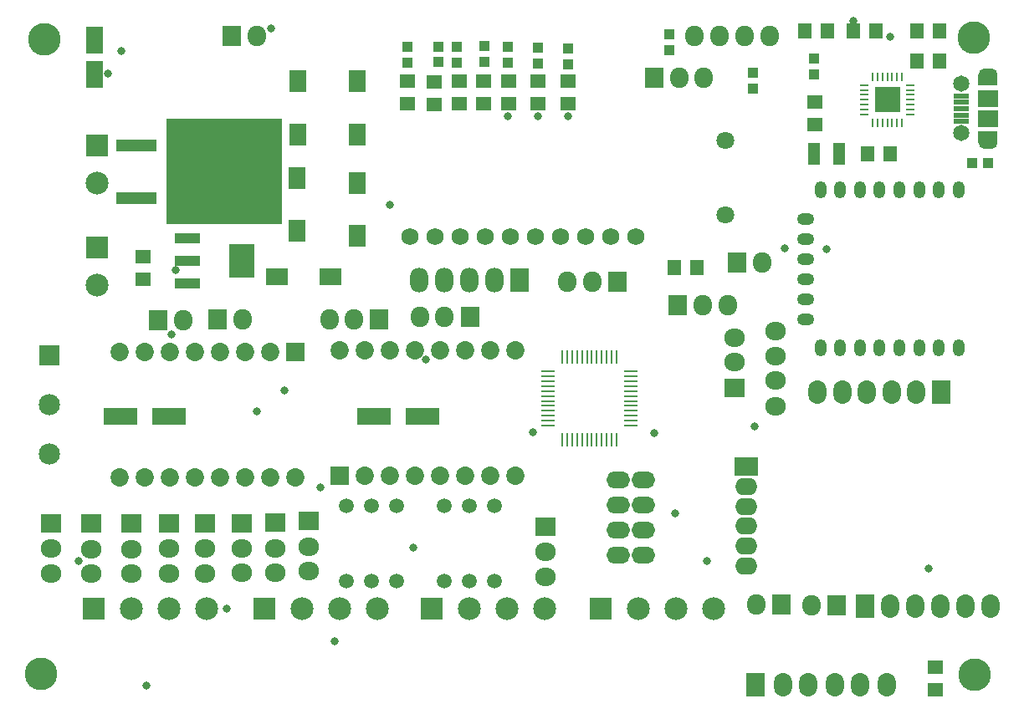
<source format=gts>
G04*
G04 #@! TF.GenerationSoftware,Altium Limited,Altium Designer,18.1.6 (161)*
G04*
G04 Layer_Color=8388736*
%FSTAX24Y24*%
%MOIN*%
G70*
G01*
G75*
%ADD18O,0.0750X0.0480*%
%ADD22R,0.0500X0.0870*%
%ADD32R,0.0080X0.0380*%
%ADD33R,0.0380X0.0080*%
%ADD37R,0.0580X0.0090*%
%ADD38R,0.0090X0.0580*%
%ADD41R,0.0830X0.0670*%
%ADD42R,0.0610X0.0240*%
%ADD43R,0.0867X0.0671*%
%ADD44R,0.0671X0.0867*%
%ADD45R,0.1320X0.0710*%
%ADD46R,0.0580X0.0630*%
%ADD47R,0.1620X0.0470*%
%ADD48R,0.4590X0.4190*%
%ADD49R,0.0630X0.0580*%
%ADD50O,0.0880X0.0680*%
%ADD51R,0.0930X0.0730*%
%ADD52R,0.0395X0.0395*%
%ADD53R,0.0395X0.0395*%
%ADD54R,0.0710X0.1084*%
%ADD55R,0.1000X0.1000*%
%ADD56O,0.0480X0.0680*%
%ADD57O,0.0680X0.0480*%
%ADD58O,0.0680X0.0480*%
%ADD59R,0.1040X0.1320*%
%ADD60R,0.1040X0.0410*%
%ADD61C,0.0907*%
%ADD62R,0.0907X0.0907*%
%ADD63C,0.0650*%
%ADD64C,0.0320*%
%ADD65R,0.0907X0.0907*%
%ADD66O,0.0830X0.0730*%
%ADD67R,0.0830X0.0730*%
%ADD68O,0.0730X0.0830*%
%ADD69R,0.0730X0.0830*%
%ADD70C,0.1300*%
%ADD71C,0.0730*%
%ADD72R,0.0730X0.0730*%
%ADD73C,0.0680*%
%ADD74O,0.0940X0.0680*%
%ADD75C,0.0592*%
%ADD76C,0.0709*%
%ADD77O,0.0730X0.0980*%
%ADD78R,0.0730X0.0980*%
%ADD79O,0.0730X0.0930*%
%ADD80R,0.0730X0.0930*%
%ADD81O,0.0730X0.0930*%
%ADD82R,0.0730X0.0930*%
%ADD83C,0.0848*%
%ADD84R,0.0848X0.0848*%
%ADD85C,0.0316*%
G36*
X047015Y0306D02*
X046265D01*
Y03014D01*
X047015D01*
Y0306D01*
D02*
G37*
G36*
Y032436D02*
X046265D01*
Y032896D01*
X047015D01*
Y032436D01*
D02*
G37*
D18*
X04664Y03014D02*
D03*
Y032896D02*
D03*
D22*
X04073Y02973D02*
D03*
X03971D02*
D03*
D32*
X043231Y030955D02*
D03*
X043034D02*
D03*
X042837D02*
D03*
X04264D02*
D03*
X042443D02*
D03*
X042246D02*
D03*
X042049D02*
D03*
Y032785D02*
D03*
X042246D02*
D03*
X042443D02*
D03*
X04264D02*
D03*
X042837D02*
D03*
X043034D02*
D03*
X043231D02*
D03*
D33*
X041725Y031279D02*
D03*
Y031476D02*
D03*
Y031673D02*
D03*
Y03187D02*
D03*
Y032067D02*
D03*
Y032264D02*
D03*
Y032461D02*
D03*
X043555D02*
D03*
Y032264D02*
D03*
Y032067D02*
D03*
Y03187D02*
D03*
Y031673D02*
D03*
Y031476D02*
D03*
Y031279D02*
D03*
D37*
X02911Y021043D02*
D03*
Y020846D02*
D03*
Y020649D02*
D03*
Y020452D02*
D03*
Y020255D02*
D03*
Y020058D02*
D03*
Y019862D02*
D03*
Y019665D02*
D03*
Y019468D02*
D03*
Y019271D02*
D03*
Y019074D02*
D03*
Y018877D02*
D03*
X03243D02*
D03*
Y019074D02*
D03*
Y019271D02*
D03*
Y019468D02*
D03*
Y019665D02*
D03*
Y019862D02*
D03*
Y020058D02*
D03*
Y020255D02*
D03*
Y020452D02*
D03*
Y020649D02*
D03*
Y020846D02*
D03*
Y021043D02*
D03*
D38*
X029687Y0183D02*
D03*
X029884D02*
D03*
X030081D02*
D03*
X030278D02*
D03*
X030475D02*
D03*
X030672D02*
D03*
X030868D02*
D03*
X031065D02*
D03*
X031262D02*
D03*
X031459D02*
D03*
X031656D02*
D03*
X031853D02*
D03*
Y02162D02*
D03*
X031656D02*
D03*
X031459D02*
D03*
X031262D02*
D03*
X031065D02*
D03*
X030868D02*
D03*
X030672D02*
D03*
X030475D02*
D03*
X030278D02*
D03*
X030081D02*
D03*
X029884D02*
D03*
X029687D02*
D03*
D41*
X04664Y031911D02*
D03*
Y031124D02*
D03*
D42*
X045587Y032029D02*
D03*
Y031774D02*
D03*
Y031518D02*
D03*
Y031262D02*
D03*
Y031006D02*
D03*
D43*
X020453Y02483D02*
D03*
X018327D02*
D03*
D44*
X02152Y028563D02*
D03*
Y026437D02*
D03*
X01913Y028763D02*
D03*
Y026637D02*
D03*
X02152Y032613D02*
D03*
Y030487D02*
D03*
X01917Y030477D02*
D03*
Y032603D02*
D03*
D45*
X024119Y01926D02*
D03*
X02219D02*
D03*
X01401D02*
D03*
X012081D02*
D03*
D46*
X04276Y02971D02*
D03*
X04186D02*
D03*
X03506Y02518D02*
D03*
X03416D02*
D03*
X04473Y03342D02*
D03*
X04383D02*
D03*
X04473Y03461D02*
D03*
X04383D02*
D03*
X0422Y03462D02*
D03*
X0413D02*
D03*
X04025D02*
D03*
X03935D02*
D03*
D47*
X012735Y027961D02*
D03*
Y030039D02*
D03*
D48*
X01623Y029D02*
D03*
D49*
X02353Y03263D02*
D03*
Y03173D02*
D03*
X02655Y03261D02*
D03*
Y03171D02*
D03*
X02755D02*
D03*
Y03261D02*
D03*
X02993Y03172D02*
D03*
Y03262D02*
D03*
X02559Y03171D02*
D03*
Y03261D02*
D03*
X02872Y032613D02*
D03*
Y031713D02*
D03*
X03974Y03178D02*
D03*
Y03088D02*
D03*
X0246Y03169D02*
D03*
Y03259D02*
D03*
X01298Y02561D02*
D03*
Y02471D02*
D03*
X04456Y00835D02*
D03*
Y00925D02*
D03*
D50*
X03702Y013295D02*
D03*
Y014083D02*
D03*
Y01487D02*
D03*
Y015657D02*
D03*
Y016445D02*
D03*
D51*
Y017232D02*
D03*
D52*
X02351Y033345D02*
D03*
Y033975D02*
D03*
X02548Y033358D02*
D03*
Y033988D02*
D03*
X02474Y033365D02*
D03*
Y033995D02*
D03*
X03971Y03289D02*
D03*
Y03352D02*
D03*
X02753Y033351D02*
D03*
Y033981D02*
D03*
X03394Y033835D02*
D03*
Y034465D02*
D03*
X0266Y033395D02*
D03*
Y034025D02*
D03*
X02871Y03332D02*
D03*
Y03395D02*
D03*
X029915Y03329D02*
D03*
Y03392D02*
D03*
X03729Y032945D02*
D03*
Y032315D02*
D03*
D53*
X046665Y02935D02*
D03*
X046035D02*
D03*
D54*
X01107Y034259D02*
D03*
Y032881D02*
D03*
D55*
X04264Y03187D02*
D03*
D56*
X039973Y02828D02*
D03*
X04076D02*
D03*
X041548D02*
D03*
X042335D02*
D03*
X045485D02*
D03*
X043123D02*
D03*
X04391D02*
D03*
X044697D02*
D03*
X045485Y021981D02*
D03*
X044697D02*
D03*
X04391D02*
D03*
X043123D02*
D03*
X042335D02*
D03*
X041548D02*
D03*
X04076D02*
D03*
X039973D02*
D03*
D57*
X039393Y02711D02*
D03*
Y02631D02*
D03*
Y02473D02*
D03*
Y02393D02*
D03*
Y02313D02*
D03*
D58*
Y02551D02*
D03*
D59*
X01691Y02546D02*
D03*
D60*
X01474Y024558D02*
D03*
Y02546D02*
D03*
Y026362D02*
D03*
D61*
X01114Y02449D02*
D03*
X032722Y011575D02*
D03*
X034222D02*
D03*
X035722D02*
D03*
X015505Y01158D02*
D03*
X014005D02*
D03*
X012505D02*
D03*
X022337Y011575D02*
D03*
X020837D02*
D03*
X019337D02*
D03*
X028992D02*
D03*
X027492D02*
D03*
X025992D02*
D03*
X011169Y02856D02*
D03*
D62*
X01114Y02599D02*
D03*
X011169Y03006D02*
D03*
D63*
X045577Y032502D02*
D03*
Y030533D02*
D03*
D64*
X046775Y032896D02*
D03*
X046505D02*
D03*
X046775Y03014D02*
D03*
X046505D02*
D03*
D65*
X031222Y011575D02*
D03*
X011005Y01158D02*
D03*
X017837Y011575D02*
D03*
X024492D02*
D03*
D66*
X02903Y01286D02*
D03*
Y01384D02*
D03*
X0382Y01966D02*
D03*
Y02067D02*
D03*
Y02165D02*
D03*
Y02266D02*
D03*
X01692Y01398D02*
D03*
Y013D02*
D03*
X01547Y01397D02*
D03*
Y01299D02*
D03*
X0196Y01406D02*
D03*
Y01308D02*
D03*
X01827Y01399D02*
D03*
Y01301D02*
D03*
X01093Y01396D02*
D03*
Y01298D02*
D03*
X00932Y01397D02*
D03*
Y01299D02*
D03*
X01402Y01397D02*
D03*
Y01299D02*
D03*
X01252Y01396D02*
D03*
Y01298D02*
D03*
X03656Y0214D02*
D03*
Y02238D02*
D03*
D67*
X02903Y01485D02*
D03*
X01692Y01499D02*
D03*
X01547Y01498D02*
D03*
X0196Y01507D02*
D03*
X01827Y015D02*
D03*
X01093Y01497D02*
D03*
X00932Y01498D02*
D03*
X01402D02*
D03*
X01252Y01497D02*
D03*
X03656Y02039D02*
D03*
D68*
X01695Y0231D02*
D03*
X01752Y03441D02*
D03*
X03795Y03442D02*
D03*
X03694D02*
D03*
X03596D02*
D03*
X03495D02*
D03*
X03767Y02537D02*
D03*
X03741Y01175D02*
D03*
X03962Y01172D02*
D03*
X03435Y03275D02*
D03*
X03533D02*
D03*
X0353Y02368D02*
D03*
X03628D02*
D03*
X01459Y02308D02*
D03*
X02139Y02312D02*
D03*
X02041D02*
D03*
X025Y02322D02*
D03*
X02402D02*
D03*
X0299Y02462D02*
D03*
X03088D02*
D03*
D69*
X01594Y0231D02*
D03*
X01651Y03441D02*
D03*
X03666Y02537D02*
D03*
X03842Y01175D02*
D03*
X04063Y01172D02*
D03*
X03334Y03275D02*
D03*
X03429Y02368D02*
D03*
X01358Y02308D02*
D03*
X0224Y02312D02*
D03*
X02601Y02322D02*
D03*
X03189Y02462D02*
D03*
D70*
X00906Y03427D02*
D03*
X0461Y03436D02*
D03*
X04612Y00894D02*
D03*
X00891Y00897D02*
D03*
D71*
X02783Y02188D02*
D03*
X02683D02*
D03*
X02583D02*
D03*
X02483D02*
D03*
X02083D02*
D03*
X02183D02*
D03*
X02283D02*
D03*
X02183Y01688D02*
D03*
X02283D02*
D03*
X02783D02*
D03*
X02683D02*
D03*
X02583D02*
D03*
X02483D02*
D03*
X02383Y02188D02*
D03*
Y01688D02*
D03*
X01207Y01683D02*
D03*
X01307D02*
D03*
X01407D02*
D03*
X01507D02*
D03*
X01907D02*
D03*
X01807D02*
D03*
X01707D02*
D03*
X01807Y02183D02*
D03*
X01707D02*
D03*
X01207D02*
D03*
X01307D02*
D03*
X01407D02*
D03*
X01507D02*
D03*
X01607Y01683D02*
D03*
Y02183D02*
D03*
D72*
X02083Y01688D02*
D03*
X01907Y02183D02*
D03*
D73*
X02362Y02642D02*
D03*
X02462D02*
D03*
X02562D02*
D03*
X02662D02*
D03*
X02762D02*
D03*
X02862D02*
D03*
X02962D02*
D03*
X03062D02*
D03*
X03162D02*
D03*
X03262D02*
D03*
D74*
X03193Y0147D02*
D03*
Y0137D02*
D03*
X03293Y0167D02*
D03*
Y0157D02*
D03*
Y0147D02*
D03*
Y0137D02*
D03*
X03193Y0157D02*
D03*
Y0167D02*
D03*
D75*
X024995Y012675D02*
D03*
X025995D02*
D03*
X026995D02*
D03*
Y015675D02*
D03*
X025995D02*
D03*
X024995D02*
D03*
X021095Y012673D02*
D03*
X022095D02*
D03*
X023095D02*
D03*
Y015673D02*
D03*
X022095D02*
D03*
X021095D02*
D03*
D76*
X03619Y030262D02*
D03*
Y02727D02*
D03*
D77*
X02398Y02469D02*
D03*
X02698D02*
D03*
X02598D02*
D03*
X02498D02*
D03*
D78*
X02798D02*
D03*
D79*
X04577Y01169D02*
D03*
X04277D02*
D03*
X04377D02*
D03*
X04477D02*
D03*
X04677D02*
D03*
D80*
X04177D02*
D03*
D81*
X039857Y02022D02*
D03*
X040841D02*
D03*
X041826D02*
D03*
X04281D02*
D03*
X043794D02*
D03*
X03849Y00854D02*
D03*
X03949D02*
D03*
X04054D02*
D03*
X04156D02*
D03*
X04262D02*
D03*
D82*
X044778Y02022D02*
D03*
X03739Y00854D02*
D03*
D83*
X00927Y019728D02*
D03*
Y01776D02*
D03*
D84*
Y021697D02*
D03*
D85*
X0143Y02507D02*
D03*
X02424Y0215D02*
D03*
X033355Y018575D02*
D03*
X042755Y034378D02*
D03*
X03419Y01538D02*
D03*
X037345Y018845D02*
D03*
X016315Y01158D02*
D03*
X01043Y01347D02*
D03*
X02282Y027665D02*
D03*
X018087Y0347D02*
D03*
X038547Y025963D02*
D03*
X028735Y0312D02*
D03*
X02993D02*
D03*
X027525Y03121D02*
D03*
X01861Y020265D02*
D03*
X020038Y01642D02*
D03*
X035455Y01347D02*
D03*
X01312Y008525D02*
D03*
X02853Y0186D02*
D03*
X017535Y01946D02*
D03*
X02375Y014013D02*
D03*
X02062Y010285D02*
D03*
X044295Y013195D02*
D03*
X04021Y0259D02*
D03*
X012125Y03383D02*
D03*
X01159Y032905D02*
D03*
X014115Y022513D02*
D03*
X04128Y03503D02*
D03*
M02*

</source>
